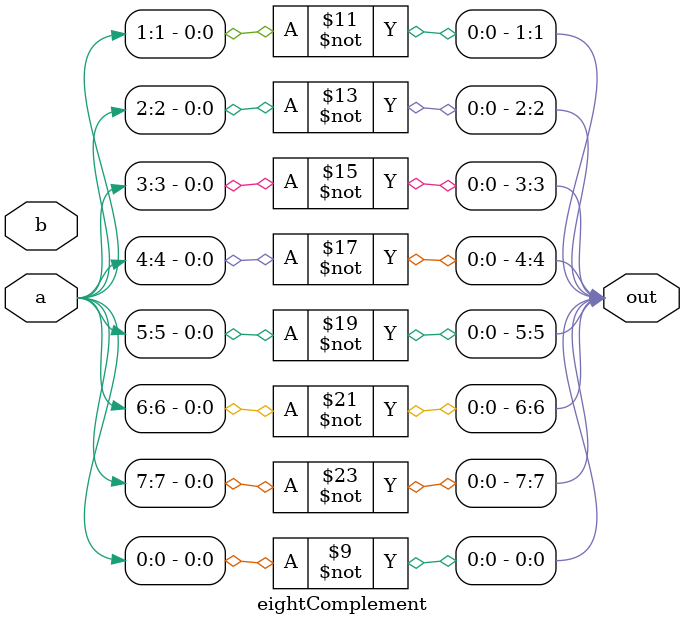
<source format=v>
module eightComplement(a, b, out);
input [7:0] a,b;
output [7:0] out;

xor xor0(out[0], a[0], 1'b1);
xor xor1(out[1], a[1], 1'b1);
xor xor2(out[2], a[2], 1'b1);
xor xor3(out[3], a[3], 1'b1);
xor xor4(out[4], a[4], 1'b1);
xor xor5(out[5], a[5], 1'b1);
xor xor6(out[6], a[6], 1'b1);
xor xor7(out[7], a[7], 1'b1);

endmodule

</source>
